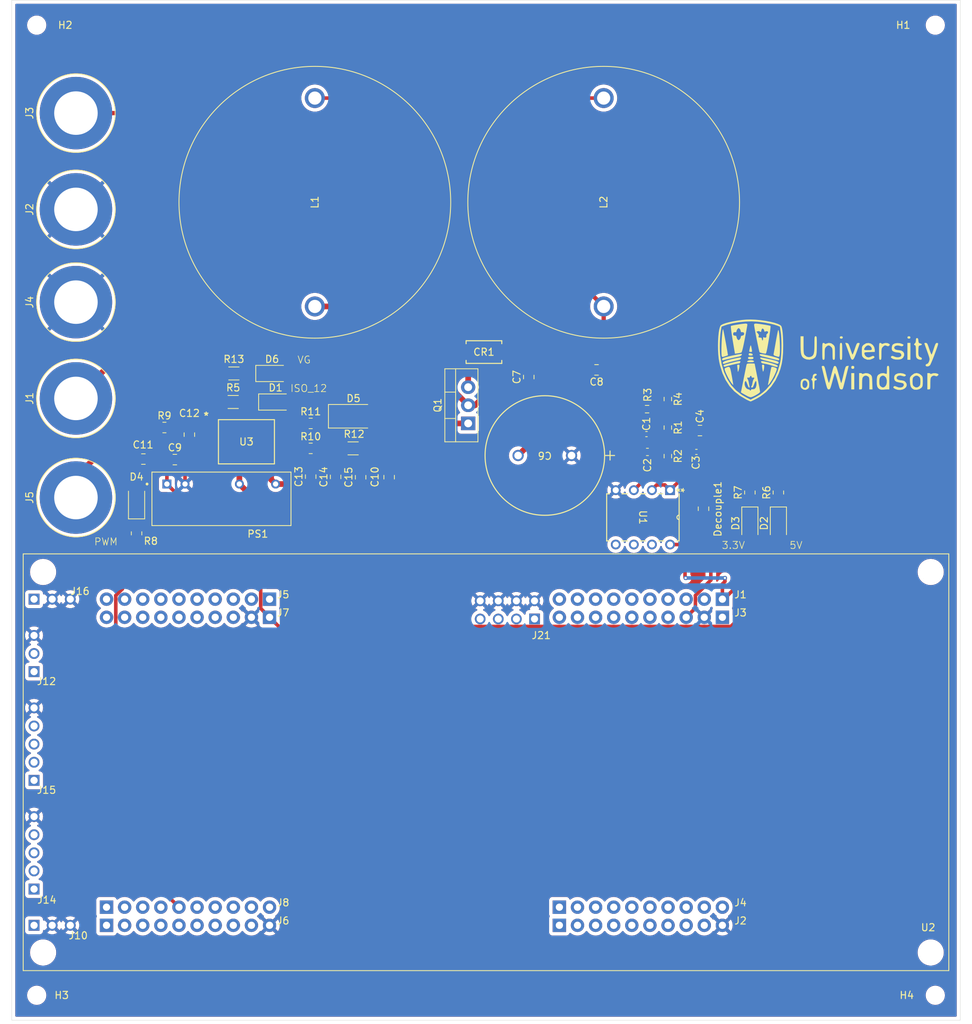
<source format=kicad_pcb>
(kicad_pcb (version 20240108) (generator "pcbnew") (generator_version "8.0")
  (layers (0 "F.Cu" signal) (31 "B.Cu" signal) (34 "B.Paste" user) (35 "F.Paste" user) (36 "B.SilkS" user "B.Silkscreen") (37 "F.SilkS" user "F.Silkscreen") (38 "B.Mask" user) (39 "F.Mask" user) (44 "Edge.Cuts" user))
  (net 0 "")
  (net 2 "Net-(U1A-+)")
  (net 3 "GND")
  (net 6 "Net-(C3-Pad1)")
  (net 7 "/VFILT")
  (net 8 "/VOUT")
  (net 9 "+3.3V")
  (net 26 "+5V")
  (net 33 "/GD/ISO_12")
  (net 35 "/GD/PWM_FILT")
  (net 49 "/VSW")
  (net 56 "Net-(D1-K)")
  (net 59 "Net-(D2-K)")
  (net 60 "Net-(D3-K)")
  (net 63 "Net-(D4-K)")
  (net 68 "/PWM")
  (net 77 "Net-(D5-K)")
  (net 81 "/VG")
  (net 88 "Net-(D6-K)")
  (net 91 "Net-(L1-Pad2)")
  (net 92 "/GD/GD_PWM")
  (net 112 "Net-(R1-Pad1)")
  (net 113 "/PowerStage/Vin")
  (footprint "Resistor_SMD:R_0805_2012Metric_Pad1.20x1.40mm_HandSolder" (layer "F.Cu") (at 68.91675 105.33)
    (property "Reference" "R11")
    (property "Value" "12 Ohm")
  )
  (footprint "UCC530:SOIC8_DWV_TEX" (layer "F.Cu") (at 59.90675 107.905)
    (property "Reference" "U3")
    (property "Value" "UCC5304DWVR")
  )
  (footprint "LED_SMD:LED_1206_3216Metric" (layer "F.Cu") (at 134.5 119.33 -90)
    (property "Reference" "D2")
    (property "Value" "~")
  )
  (footprint "Resistor_SMD:R_0805_2012Metric" (layer "F.Cu") (at 134.5 115.0175 90)
    (property "Reference" "R6")
    (property "Value" "3.3KOhm")
  )
  (footprint "Capacitor_SMD:C_0805_2012Metric_Pad1.18x1.45mm_HandSolder" (layer "F.Cu") (at 68.91675 112.7925 90)
    (property "Reference" "C13")
    (property "Value" "10uF")
  )
  (footprint "1140-103K-RC:INDRD2921W163D3810H2616P" (layer "F.Cu") (at 69.5 74.33 90)
    (property "Reference" "L1")
    (property "Value" "10mH")
  )
  (footprint "Resistor_SMD:R_0805_2012Metric_Pad1.20x1.40mm_HandSolder" (layer "F.Cu") (at 68.91675 108.83)
    (property "Reference" "R10")
    (property "Value" "7 Ohm")
  )
  (footprint "Capacitor_SMD:C_0805_2012Metric_Pad1.18x1.45mm_HandSolder" (layer "F.Cu") (at 49.86925 110.405)
    (property "Reference" "C9")
    (property "Value" "0.1uF")
  )
  (footprint "Resistor_SMD:R_1206_3216Metric_Pad1.30x1.75mm_HandSolder" (layer "F.Cu") (at 58.05 102.33 180)
    (property "Reference" "R5")
    (property "Value" "3.3KOhm")
  )
  (footprint "Capacitor_SMD:C_0805_2012Metric_Pad1.18x1.45mm_HandSolder" (layer "F.Cu") (at 51.90675 106.905 -90)
    (property "Reference" "C12")
    (property "Value" "47 pF")
  )
  (footprint "Capacitor_SMD:C_0805_2012Metric" (layer "F.Cu") (at 75.91675 112.88 90)
    (property "Reference" "C15")
    (property "Value" "10uF")
  )
  (footprint "LED_SMD:LED_1206_3216Metric" (layer "F.Cu") (at 130.5 119.33 -90)
    (property "Reference" "D3")
    (property "Value" "~")
  )
  (footprint "Connector:Banana_Jack_1Pin" (layer "F.Cu") (at 36 75.33 90)
    (property "Reference" "J2")
    (property "Value" "Conn_01x01_Pin")
  )
  (footprint "Connector:Banana_Jack_1Pin" (layer "F.Cu") (at 36 101.83 90)
    (property "Reference" "J1")
    (property "Value" "Conn_01x01_Pin")
  )
  (footprint "Mounting Holes:MountingHole_2.2mm_M2" (layer "F.Cu") (at 156.5 49.5)
    (property "Reference" "H1")
    (property "Value" "MountingHole")
  )
  (footprint "Connector:Banana_Jack_1Pin" (layer "F.Cu") (at 36 61.83 90)
    (property "Reference" "J3")
    (property "Value" "Conn_01x01_Pin")
  )
  (footprint "LED_SMD:LED_1206_3216Metric" (layer "F.Cu") (at 44.5 116.43 90)
    (property "Reference" "D4")
    (property "Value" "~")
  )
  (footprint "Mounting Holes:MountingHole_2.2mm_M2" (layer "F.Cu") (at 30.5 185.5)
    (property "Reference" "H3")
    (property "Value" "MountingHole")
  )
  (footprint "LED_SMD:LED_1206_3216Metric" (layer "F.Cu") (at 63.9 102.33)
    (property "Reference" "D1")
    (property "Value" "IR26-21C_L110_TR8")
  )
  (footprint "Capacitor_SMD:C_0805_2012Metric_Pad1.18x1.45mm_HandSolder" (layer "F.Cu") (at 123.5 106.33)
    (property "Reference" "C4")
    (property "Value" "8.2nF")
  )
  (footprint "LAUNCHXL_F28379D:MOD_LAUNCHXL-F28379D" (layer "F.Cu") (at 93.5 152.83 180)
    (property "Reference" "U2")
    (property "Value" "LAUNCHXL-F28379D")
  )
  (footprint "Resistor_SMD:R_0603_1608Metric_Pad0.98x0.95mm_HandSolder" (layer "F.Cu") (at 116.0875 103.33)
    (property "Reference" "R3")
    (property "Value" "1KOhm")
  )
  (footprint "Resistor_SMD:R_0805_2012Metric_Pad1.20x1.40mm_HandSolder" (layer "F.Cu") (at 48.40675 105.905)
    (property "Reference" "R9")
    (property "Value" "51 Ohm")
  )
  (footprint "Resistor_SMD:R_1206_3216Metric_Pad1.30x1.75mm_HandSolder" (layer "F.Cu") (at 58.15 98.33 180)
    (property "Reference" "R13")
    (property "Value" "3.3KOhm")
  )
  (footprint "Capacitor_SMD:C_0805_2012Metric_Pad1.18x1.45mm_HandSolder" (layer "F.Cu") (at 45.45425 110.33 180)
    (property "Reference" "C11")
    (property "Value" "0.1uF")
  )
  (footprint "Resistor_SMD:R_1206_3216Metric_Pad1.30x1.75mm_HandSolder" (layer "F.Cu") (at 74.86675 108.83)
    (property "Reference" "R12")
    (property "Value" "50 Ohm")
  )
  (footprint "Capacitor_SMD:C_0603_1608Metric_Pad1.08x0.95mm_HandSolder" (layer "F.Cu") (at 116.1375 109.33 180)
    (property "Reference" "C2")
    (property "Value" "5.1nF")
  )
  (footprint "Capacitor_SMD:C_0805_2012Metric_Pad1.18x1.45mm_HandSolder" (layer "F.Cu") (at 72.41675 112.83 90)
    (property "Reference" "C14")
    (property "Value" "220nF")
  )
  (footprint "Capacitor_SMD:C_0805_2012Metric_Pad1.18x1.45mm_HandSolder" (layer "F.Cu") (at 99.5 98.83 90)
    (property "Reference" "C7")
    (property "Value" "1uF")
  )
  (footprint "100ZLH470MEFC:CAP_YX_16X31P5_RUB" (layer "F.Cu") (at 105.5 109.83 180)
    (property "Reference" "C6")
    (property "Value" "47uF")
  )
  (footprint "Mounting Holes:MountingHole_2.2mm_M2" (layer "F.Cu") (at 30.5 49.5)
    (property "Reference" "H2")
    (property "Value" "MountingHole")
  )
  (footprint "footprints:P8" (layer "F.Cu") (at 111.69 122.31 -90)
    (property "Reference" "U1")
    (property "Value" "LM358")
  )
  (footprint "Resistor_SMD:R_0603_1608Metric_Pad0.98x0.95mm_HandSolder" (layer "F.Cu") (at 119 101.9175 -90)
    (property "Reference" "R4")
    (property "Value" "29.4KOhm")
  )
  (footprint "Capacitor_SMD:C_0402_1005Metric_Pad0.74x0.62mm_HandSolder" (layer "F.Cu") (at 123 109.33)
    (property "Reference" "C3")
    (property "Value" "0.62nF")
  )
  (footprint "Uwindsor:Uwindsor" (layer "F.Cu") (at 141.5 96.5)
    (property "Reference" "G***" (hide yes))
    (property "Value" "LOGO" (hide yes))
  )
  (footprint "Resistor_SMD:R_0805_2012Metric" (layer "F.Cu") (at 130.5 115.0175 90)
    (property "Reference" "R7")
    (property "Value" "3.3KOhm")
  )
  (footprint "TMV_0512SHI:CONV_TMV_0512SHI" (layer "F.Cu") (at 56.40675 115.905)
    (property "Reference" "PS1")
    (property "Value" "TMV_0512SHI")
  )
  (footprint "Resistor_SMD:R_0805_2012Metric" (layer "F.Cu") (at 44.5 120.7425 -90)
    (property "Reference" "R8")
    (property "Value" "3.3KOhm")
  )
  (footprint "Capacitor_SMD:C_0805_2012Metric_Pad1.18x1.45mm_HandSolder" (layer "F.Cu") (at 109 97.83 180)
    (property "Reference" "C8")
    (property "Value" "2.2uF")
  )
  (footprint "Capacitor_SMD:C_0402_1005Metric_Pad0.74x0.62mm_HandSolder" (layer "F.Cu") (at 116 106.83 180)
    (property "Reference" "C1")
    (property "Value" "1.5nF")
  )
  (footprint "Connector:Banana_Jack_1Pin" (layer "F.Cu") (at 36 115.725 90)
    (property "Reference" "J5")
    (property "Value" "Conn_01x01_Pin")
  )
  (footprint "Capacitor_SMD:C_0805_2012Metric_Pad1.18x1.45mm_HandSolder" (layer "F.Cu") (at 79.91675 112.8675 90)
    (property "Reference" "C10")
    (property "Value" "0.1uF")
  )
  (footprint "Capacitor_SMD:C_0805_2012Metric_Pad1.18x1.45mm_HandSolder" (layer "F.Cu") (at 124 117.2925 90)
    (property "Reference" "Decouple1")
    (property "Value" "0.1uF")
  )
  (footprint "Connector:Banana_Jack_1Pin" (layer "F.Cu") (at 36 88.33 90)
    (property "Reference" "J4")
    (property "Value" "Conn_01x01_Pin")
  )
  (footprint "Resistor_SMD:R_0603_1608Metric_Pad0.98x0.95mm_HandSolder" (layer "F.Cu") (at 119 109.9175 -90)
    (property "Reference" "R2")
    (property "Value" "10KOhm")
  )
  (footprint "Diode_SMD:D_SMA" (layer "F.Cu") (at 74.91675 104.33)
    (property "Reference" "D5")
    (property "Value" "US2AA")
  )
  (footprint "SK510A:SMADO-214AC_LEAD-FRAME_MCC" (layer "F.Cu") (at 93.2098 95.33)
    (property "Reference" "CR1")
    (property "Value" "SK510A-LTP")
  )
  (footprint "Mounting Holes:MountingHole_2.2mm_M2" (layer "F.Cu") (at 156.5 185.5)
    (property "Reference" "H4")
    (property "Value" "MountingHole")
  )
  (footprint "1140-103K-RC:INDRD2921W163D3810H2616P" (layer "F.Cu") (at 110 74.33 -90)
    (property "Reference" "L2")
    (property "Value" "10mH")
  )
  (footprint "Resistor_SMD:R_0603_1608Metric_Pad0.98x0.95mm_HandSolder" (layer "F.Cu") (at 119 105.9175 -90)
    (property "Reference" "R1")
    (property "Value" "10KOhm")
  )
  (footprint "LED_SMD:LED_1206_3216Metric" (layer "F.Cu") (at 63.5 98.33)
    (property "Reference" "D6")
    (property "Value" "IR26-21C_L110_TR8")
  )
  (footprint "Package_TO_SOT_THT:TO-220-3_Vertical" (layer "F.Cu") (at 91 105.33 90)
    (property "Reference" "Q1")
    (property "Value" "IRF540N")
  )
  (gr_rect (start 27 46) (end 160 189) (stroke (width 0.05)) (fill none) (layer "Edge.Cuts"))
  (gr_text "ISO_12" (at 66 101 0) (layer "F.SilkS") (effects (font (size 1 1) (thickness 0.1)) (justify left bottom)))
  (gr_text "PWM" (at 38.5 122.5 0) (layer "F.SilkS") (effects (font (size 1 1) (thickness 0.1)) (justify left bottom)))
  (gr_text "VG" (at 67 97 0) (layer "F.SilkS") (effects (font (size 1 1) (thickness 0.1)) (justify left bottom)))
  (gr_text "3.3V" (at 126.5 123 0) (layer "F.SilkS") (effects (font (size 1 1) (thickness 0.1)) (justify left bottom)))
  (gr_text "5V" (at 136 123 0) (layer "F.SilkS") (effects (font (size 1 1) (thickness 0.1)) (justify left bottom)))
  (segment (start 119 110.83) (end 118.5 110.83) (width 0.2) (layer "F.Cu") (net 2))
  (segment (start 114.23 114.69) (end 118.09 110.83) (width 0.5) (layer "F.Cu") (net 2))
  (segment (start 118.5 110.83) (end 117 109.33) (width 0.5) (layer "F.Cu") (net 2))
  (segment (start 116.5675 108.81) (end 116.5675 106.83) (width 0.5) (layer "F.Cu") (net 2))
  (segment (start 117 109.2425) (end 116.5675 108.81) (width 0.5) (layer "F.Cu") (net 2))
  (segment (start 117 109.33) (end 117 109.2425) (width 0.2) (layer "F.Cu") (net 2))
  (segment (start 118.09 110.83) (end 119 110.83) (width 0.5) (layer "F.Cu") (net 2))
  (segment (start 51.29675 110.795) (end 50.90675 110.405) (width 0.2) (layer "F.Cu") (net 3))
  (segment (start 50.90675 110.405) (end 50.90675 108.9425) (width 0.5) (layer "F.Cu") (net 3))
  (segment (start 44.825 121.33) (end 44.5 121.655) (width 0.2) (layer "F.Cu") (net 3))
  (segment (start 50.90675 110.405) (end 49.80675 109.305) (width 0.5) (layer "F.Cu") (net 3))
  (segment (start 45.44175 109.305) (end 44.41675 110.33) (width 0.5) (layer "F.Cu") (net 3))
  (segment (start 52.08295 107.9425) (end 53.95045 109.81) (width 0.5) (layer "F.Cu") (net 3))
  (segment (start 115.4325 109.1725) (end 115.275 109.33) (width 0.2) (layer "F.Cu") (net 3))
  (segment (start 53.95045 109.81) (end 54.52195 109.81) (width 0.2) (layer "F.Cu") (net 3))
  (segment (start 51.90675 107.9425) (end 52.08295 107.9425) (width 0.2) (layer "F.Cu") (net 3))
  (segment (start 99.5375 97.83) (end 99.5 97.7925) (width 0.2) (layer "F.Cu") (net 3))
  (segment (start 115.4325 106.83) (end 115.4325 106.675) (width 0.2) (layer "F.Cu") (net 3))
  (segment (start 50.90675 108.9425) (end 51.90675 107.9425) (width 0.5) (layer "F.Cu") (net 3))
  (segment (start 49.80675 109.305) (end 45.44175 109.305) (width 0.5) (layer "F.Cu") (net 3))
  (segment (start 51.29675 113.83) (end 51.29675 110.795) (width 0.5) (layer "F.Cu") (net 3))
  (segment (start 119 109.005) (end 119.4125 109.005) (width 0.2) (layer "F.Cu") (net 6))
  (segment (start 119.4125 109.005) (end 119.7375 109.33) (width 0.5) (layer "F.Cu") (net 6))
  (segment (start 119.7375 109.33) (end 122.4325 109.33) (width 0.5) (layer "F.Cu") (net 6))
  (segment (start 119.5 106.33) (end 119 106.83) (width 0.5) (layer "F.Cu") (net 6))
  (segment (start 122.4625 106.33) (end 119.5 106.33) (width 0.5) (layer "F.Cu") (net 6))
  (segment (start 119 106.83) (end 119 109.005) (width 0.5) (layer "F.Cu") (net 6))
  (segment (start 119.31 114.69) (end 121.405 112.595) (width 0.5) (layer "F.Cu") (net 7))
  (segment (start 124.5375 108.36) (end 123.5675 109.33) (width 0.5) (layer "F.Cu") (net 7))
  (segment (start 122.8672 131.2098) (end 121.567 132.51) (width 0.5) (layer "F.Cu") (net 7))
  (segment (start 123.5675 109.33) (end 123.5675 109.81) (width 0.2) (layer "F.Cu") (net 7))
  (segment (start 125.025 127.298658) (end 122.8672 129.456458) (width 0.5) (layer "F.Cu") (net 7))
  (segment (start 117.429315 113.955) (end 118.575 113.955) (width 0.5) (layer "F.Cu") (net 7))
  (segment (start 125.025 106.8175) (end 125.025 127.298658) (width 0.5) (layer "F.Cu") (net 7))
  (segment (start 122.8672 129.456458) (end 122.8672 131.2098) (width 0.5) (layer "F.Cu") (net 7))
  (segment (start 124.5375 106.33) (end 125.025 106.8175) (width 0.2) (layer "F.Cu") (net 7))
  (segment (start 124.5375 106.33) (end 124.5375 108.36) (width 0.5) (layer "F.Cu") (net 7))
  (segment (start 121.405 112.595) (end 121.405 111.9725) (width 0.5) (layer "F.Cu") (net 7))
  (segment (start 116.77 114.614315) (end 117.429315 113.955) (width 0.5) (layer "F.Cu") (net 7))
  (segment (start 119 114.22) (end 118.865 114.355) (width 0.2) (layer "F.Cu") (net 7))
  (segment (start 123.5675 109.81) (end 121.405 111.9725) (width 0.5) (layer "F.Cu") (net 7))
  (segment (start 116.77 114.69) (end 116.77 114.614315) (width 0.2) (layer "F.Cu") (net 7))
  (segment (start 118.575 113.955) (end 119.31 114.69) (width 0.5) (layer "F.Cu") (net 7))
  (segment (start 119 101.005) (end 119 98.33) (width 0.5) (layer "F.Cu") (net 8))
  (segment (start 110 97.7925) (end 110.0375 97.83) (width 0.6) (layer "F.Cu") (net 8))
  (segment (start 119 98.33) (end 118.5 97.83) (width 0.5) (layer "F.Cu") (net 8))
  (segment (start 93.895 72.83) (end 110 88.935) (width 0.6) (layer "F.Cu") (net 8))
  (segment (start 57 72.83) (end 93.895 72.83) (width 0.6) (layer "F.Cu") (net 8))
  (segment (start 46 61.83) (end 57 72.83) (width 0.6) (layer "F.Cu") (net 8))
  (segment (start 118.5 97.83) (end 110.0375 97.83) (width 0.5) (layer "F.Cu") (net 8))
  (segment (start 36 61.83) (end 46 61.83) (width 0.6) (layer "F.Cu") (net 8))
  (segment (start 110 88.935) (end 110 97.7925) (width 0.6) (layer "F.Cu") (net 8))
  (segment (start 121.405 119.305) (end 121.405 122.5) (width 0.5) (layer "F.Cu") (net 9))
  (segment (start 126.86 129.97) (end 130.5 126.33) (width 0.5) (layer "F.Cu") (net 9))
  (segment (start 127 127) (end 127 127.5) (width 0.5) (layer "F.Cu") (net 9))
  (segment (start 126.647 127.853) (end 126.647 129.97) (width 0.5) (layer "F.Cu") (net 9))
  (segment (start 121.215 122.31) (end 121.405 122.5) (width 0.2) (layer "F.Cu") (net 9))
  (segment (start 121.405 122.5) (end 121.405 126.905) (width 0.5) (layer "F.Cu") (net 9))
  (segment (start 124 118.33) (end 122.38 118.33) (width 0.5) (layer "F.Cu") (net 9))
  (segment (start 119.31 122.31) (end 121.215 122.31) (width 0.5) (layer "F.Cu") (net 9))
  (segment (start 126.647 129.97) (end 126.86 129.97) (width 0.2) (layer "F.Cu") (net 9))
  (segment (start 127 127.5) (end 126.647 127.853) (width 0.5) (layer "F.Cu") (net 9))
  (segment (start 122.38 118.33) (end 121.405 119.305) (width 0.5) (layer "F.Cu") (net 9))
  (segment (start 130.5 126.33) (end 130.5 120.73) (width 0.5) (layer "F.Cu") (net 9))
  (segment (start 121.405 126.905) (end 121.5 127) (width 0.2) (layer "F.Cu") (net 9))
  (via (at 121.5 127) (size 0.6) (drill 0.3) (layers "F.Cu" "B.Cu") (net 9))
  (via (at 127 127) (size 0.6) (drill 0.3) (layers "F.Cu" "B.Cu") (net 9))
  (segment (start 121.5 127) (end 127 127) (width 0.5) (layer "B.Cu") (net 9))
  (segment (start 48.75675 110.48) (end 48.83175 110.405) (width 0.2) (layer "F.Cu") (net 26))
  (segment (start 64.431 133.794) (end 63.147 132.51) (width 0.5) (layer "F.Cu") (net 26))
  (segment (start 56.71 108.54) (end 54.52195 108.54) (width 0.5) (layer "F.Cu") (net 26))
  (segment (start 51.628375 116.701625) (end 54.128375 116.701625) (width 0.5) (layer "F.Cu") (net 26))
  (segment (start 57 113.83) (end 57 108.83) (width 0.5) (layer "F.Cu") (net 26))
  (segment (start 134.5 127.1366) (end 127.8426 133.794) (width 0.5) (layer "F.Cu") (net 26))
  (segment (start 54.52195 108.54) (end 54.52195 107.27) (width 0.5) (layer "F.Cu") (net 26))
  (segment (start 51.628375 116.701625) (end 48.75675 113.83) (width 0.5) (layer "F.Cu") (net 26))
  (segment (start 46.56675 110.405) (end 46.49175 110.33) (width 0.2) (layer "F.Cu") (net 26))
  (segment (start 63.147 132.51) (end 61.9072 131.2702) (width 0.5) (layer "F.Cu") (net 26))
  (segment (start 57 108.83) (end 56.71 108.54) (width 0.5) (layer "F.Cu") (net 26))
  (segment (start 48.75675 113.83) (end 48.75675 110.48) (width 0.5) (layer "F.Cu") (net 26))
  (segment (start 134.5 120.73) (end 134.5 127.1366) (width 0.5) (layer "F.Cu") (net 26))
  (segment (start 54.128375 116.701625) (end 57 113.83) (width 0.5) (layer "F.Cu") (net 26))
  (segment (start 61.9072 126.98045) (end 51.628375 116.701625) (width 0.5) (layer "F.Cu") (net 26))
  (segment (start 127.8426 133.794) (end 64.431 133.794) (width 0.5) (layer "F.Cu") (net 26))
  (segment (start 48.83175 110.405) (end 46.56675 110.405) (width 0.5) (layer "F.Cu") (net 26))
  (segment (start 61.9072 131.2702) (end 61.9072 126.98045) (width 0.5) (layer "F.Cu") (net 26))
  (segment (start 75.99175 113.905) (end 75.91675 113.83) (width 0.8) (layer "F.Cu") (net 33))
  (segment (start 75.87925 113.8675) (end 75.91675 113.83) (width 0.8) (layer "F.Cu") (net 33))
  (segment (start 72.41675 113.8675) (end 75.87925 113.8675) (width 0.5) (layer "F.Cu") (net 33))
  (segment (start 65.29155 102.33845) (end 65.3 102.33) (width 0.8) (layer "F.Cu") (net 33))
  (segment (start 72.37925 113.83) (end 72.41675 113.8675) (width 0.8) (layer "F.Cu") (net 33))
  (segment (start 79.91675 113.905) (end 75.99175 113.905) (width 0.5) (layer "F.Cu") (net 33))
  (segment (start 65.29155 106) (end 64.72005 106) (width 0.2) (layer "F.Cu") (net 33))
  (segment (start 65.29155 103.83) (end 65.29155 102.33845) (width 0.8) (layer "F.Cu") (net 33))
  (segment (start 63.36775 113.201) (end 63.36775 105.7538) (width 0.8) (layer "F.Cu") (net 33))
  (segment (start 65.29155 106) (end 65.29155 103.83) (width 0.8) (layer "F.Cu") (net 33))
  (segment (start 63.99675 113.83) (end 68.91675 113.83) (width 0.8) (layer "F.Cu") (net 33))
  (segment (start 68.91675 113.83) (end 72.37925 113.83) (width 0.5) (layer "F.Cu") (net 33))
  (segment (start 63.99675 113.83) (end 63.36775 113.201) (width 0.8) (layer "F.Cu") (net 33))
  (segment (start 63.36775 105.7538) (end 65.29155 103.83) (width 0.8) (layer "F.Cu") (net 33))
  (segment (start 49.5375 105.8675) (end 51.90675 105.8675) (width 0.5) (layer "F.Cu") (net 35))
  (segment (start 52.0375 105.8675) (end 52.17 106) (width 0.2) (layer "F.Cu") (net 35))
  (segment (start 49.5 105.83) (end 49.5375 105.8675) (width 0.2) (layer "F.Cu") (net 35))
  (segment (start 49.40675 105.905) (end 49.425 105.905) (width 0.2) (layer "F.Cu") (net 35))
  (segment (start 49.425 105.905) (end 49.5 105.83) (width 0.2) (layer "F.Cu") (net 35))
  (segment (start 51.90675 105.8675) (end 52.0375 105.8675) (width 0.2) (layer "F.Cu") (net 35))
  (segment (start 52.17 106) (end 54.52195 106) (width 0.5) (layer "F.Cu") (net 35))
  (segment (start 69.395 88.935) (end 69.29 88.83) (width 0.8) (layer "F.Cu") (net 49))
  (segment (start 72.0375 111.7925) (end 72 111.755) (width 0.2) (layer "F.Cu") (net 49))
  (segment (start 76.41675 111.43) (end 75.91675 111.93) (width 0.8) (layer "F.Cu") (net 49))
  (segment (start 69.5 88.935) (end 69.395 88.935) (width 0.8) (layer "F.Cu") (net 49))
  (segment (start 65.29155 109.81) (end 67.23655 111.755) (width 0.8) (layer "F.Cu") (net 49))
  (segment (start 72.41675 111.7925) (end 72.41675 111.33) (width 0.2) (layer "F.Cu") (net 49))
  (segment (start 83.605 88.935) (end 69.5 88.935) (width 0.8) (layer "F.Cu") (net 49))
  (segment (start 68.95425 111.7925) (end 68.91675 111.755) (width 0.2) (layer "F.Cu") (net 49))
  (segment (start 75.91675 111.93) (end 76.1 111.93) (width 0.2) (layer "F.Cu") (net 49))
  (segment (start 100.6903 93.5203) (end 103.5 96.33) (width 0.8) (layer "F.Cu") (net 49))
  (segment (start 83 117.83) (end 83 111.83) (width 0.8) (layer "F.Cu") (net 49))
  (segment (start 56.5 102.33) (end 56.5 98.43) (width 0.8) (layer "F.Cu") (net 49))
  (segment (start 72.37925 111.755) (end 72.41675 111.7925) (width 0.8) (layer "F.Cu") (net 49))
  (segment (start 67.23655 111.755) (end 68.91675 111.755) (width 0.8) (layer "F.Cu") (net 49))
  (segment (start 72.41675 111.7925) (end 75.77925 111.7925) (width 0.5) (layer "F.Cu") (net 49))
  (segment (start 91 93.6918) (end 91.1715 93.5203) (width 0.8) (layer "F.Cu") (net 49))
  (segment (start 50.5 98.33) (end 36 112.83) (width 0.8) (layer "F.Cu") (net 49))
  (segment (start 56.6 98.33) (end 50.5 98.33) (width 0.8) (layer "F.Cu") (net 49))
  (segment (start 62.91675 117.83) (end 83 117.83) (width 0.8) (layer "F.Cu") (net 49))
  (segment (start 65.29155 109.81) (end 65.29155 108.54) (width 0.8) (layer "F.Cu") (net 49))
  (segment (start 36 112.83) (end 36 115.725) (width 0.8) (layer "F.Cu") (net 49))
  (segment (start 56.5 98.43) (end 56.6 98.33) (width 0.8) (layer "F.Cu") (net 49))
  (segment (start 91 95.33) (end 91 93.6918) (width 0.8) (layer "F.Cu") (net 49))
  (segment (start 75.77925 111.7925) (end 75.91675 111.93) (width 0.8) (layer "F.Cu") (net 49))
  (segment (start 83 111.83) (end 79.91675 111.83) (width 0.8) (layer "F.Cu") (net 49))
  (segment (start 58.91675 113.83) (end 62.91675 117.83) (width 0.8) (layer "F.Cu") (net 49))
  (segment (start 96.5 117.83) (end 83 117.83) (width 0.8) (layer "F.Cu") (net 49))
  (segment (start 76.91675 108.33) (end 76.41675 108.83) (width 0.2) (layer "F.Cu") (net 49))
  (segment (start 58.91675 104.74675) (end 56.5 102.33) (width 0.8) (layer "F.Cu") (net 49))
  (segment (start 58.91675 113.83) (end 58.91675 104.74675) (width 0.8) (layer "F.Cu") (net 49))
  (segment (start 36.105 115.83) (end 36 115.725) (width 0.2) (layer "F.Cu") (net 49))
  (segment (start 91 100.25) (end 91 95.33) (width 0.8) (layer "F.Cu") (net 49))
  (segment (start 103.5 110.83) (end 96.5 117.83) (width 0.8) (layer "F.Cu") (net 49))
  (segment (start 36 115.725) (end 36 112.33) (width 0.6) (layer "F.Cu") (net 49))
  (segment (start 76.41675 108.83) (end 76.41675 111.43) (width 0.8) (layer "F.Cu") (net 49))
  (segment (start 68.91675 111.755) (end 72.37925 111.755) (width 0.5) (layer "F.Cu") (net 49))
  (segment (start 72.41675 111.7925) (end 72.0375 111.7925) (width 0.2) (layer "F.Cu") (net 49))
  (segment (start 75.91675 111.93) (end 79.81675 111.93) (width 0.5) (layer "F.Cu") (net 49))
  (segment (start 91 95.33) (end 90 95.33) (width 0.8) (layer "F.Cu") (net 49))
  (segment (start 90 95.33) (end 83.605 88.935) (width 0.8) (layer "F.Cu") (net 49))
  (segment (start 76.1 111.93) (end 76.2 111.83) (width 0.2) (layer "F.Cu") (net 49))
  (segment (start 79.81675 111.93) (end 79.91675 111.83) (width 0.8) (layer "F.Cu") (net 49))
  (segment (start 72.55425 111.93) (end 72.41675 111.7925) (width 0.2) (layer "F.Cu") (net 49))
  (segment (start 103.5 96.33) (end 103.5 110.83) (width 0.8) (layer "F.Cu") (net 49))
  (segment (start 91.1715 93.5203) (end 100.6903 93.5203) (width 0.8) (layer "F.Cu") (net 49))
  (segment (start 62.5 102.33) (end 59.6 102.33) (width 0.5) (layer "F.Cu") (net 56))
  (segment (start 134.5 115.93) (end 134.5 117.93) (width 0.5) (layer "F.Cu") (net 59))
  (segment (start 130.5 115.93) (end 130.5 117.93) (width 0.5) (layer "F.Cu") (net 60))
  (segment (start 44.5 119.83) (end 44.5 117.83) (width 0.5) (layer "F.Cu") (net 63))
  (segment (start 42.5 120.83) (end 42.5 128.543658) (width 0.5) (layer "F.Cu") (net 68))
  (segment (start 41.5872 164.2902) (end 50.447 173.15) (width 0.5) (layer "F.Cu") (net 68))
  (segment (start 47.40675 105.905) (end 46.80675 105.905) (width 0.2) (layer "F.Cu") (net 68))
  (segment (start 42.5 114.83) (end 42.5 120.83) (width 0.5) (layer "F.Cu") (net 68))
  (segment (start 46.80675 105.905) (end 42.5 110.21175) (width 0.5) (layer "F.Cu") (net 68))
  (segment (start 41.5872 129.456458) (end 41.5872 164.2902) (width 0.5) (layer "F.Cu") (net 68))
  (segment (start 44.5 115.03) (end 42.7 115.03) (width 0.5) (layer "F.Cu") (net 68))
  (segment (start 42.7 115.03) (end 42.5 114.83) (width 0.2) (layer "F.Cu") (net 68))
  (segment (start 42.5 110.21175) (end 42.5 114.83) (width 0.5) (layer "F.Cu") (net 68))
  (segment (start 42.5 128.543658) (end 41.5872 129.456458) (width 0.5) (layer "F.Cu") (net 68))
  (segment (start 69.91675 105.33) (end 71.91675 105.33) (width 0.5) (layer "F.Cu") (net 77))
  (segment (start 71.91675 105.33) (end 72.91675 104.33) (width 0.5) (layer "F.Cu") (net 77))
  (segment (start 76.91675 104.33) (end 77.91675 105.33) (width 0.8) (layer "F.Cu") (net 81))
  (segment (start 70.91675 98.33) (end 76.91675 104.33) (width 0.8) (layer "F.Cu") (net 81))
  (segment (start 77.91675 105.33) (end 91 105.33) (width 0.8) (layer "F.Cu") (net 81))
  (segment (start 76.91675 105.23) (end 73.31675 108.83) (width 0.8) (layer "F.Cu") (net 81))
  (segment (start 76.91675 104.33) (end 76.91675 105.23) (width 0.8) (layer "F.Cu") (net 81))
  (segment (start 64.9 98.33) (end 70.91675 98.33) (width 0.8) (layer "F.Cu") (net 81))
  (segment (start 76.41675 104.83) (end 76.91675 104.33) (width 0.8) (layer "F.Cu") (net 81))
  (segment (start 69.91675 108.83) (end 73.31675 108.83) (width 0.8) (layer "F.Cu") (net 81))
  (segment (start 59.7 98.33) (end 62.1 98.33) (width 0.5) (layer "F.Cu") (net 88))
  (segment (start 69.5 59.725) (end 110 59.725) (width 0.5) (layer "F.Cu") (net 91))
  (segment (start 66.35675 107.27) (end 67.91675 108.83) (width 0.8) (layer "F.Cu") (net 92))
  (segment (start 67.91675 106.03) (end 66.67675 107.27) (width 0.8) (layer "F.Cu") (net 92))
  (segment (start 66.67675 107.27) (end 65.29155 107.27) (width 0.8) (layer "F.Cu") (net 92))
  (segment (start 67.91675 105.33) (end 67.91675 106.03) (width 0.2) (layer "F.Cu") (net 92))
  (segment (start 65.29155 107.27) (end 66.35675 107.27) (width 0.8) (layer "F.Cu") (net 92))
  (segment (start 119 102.83) (end 117.5 102.83) (width 0.2) (layer "F.Cu") (net 112))
  (segment (start 119 102.83) (end 119 105.005) (width 0.2) (layer "F.Cu") (net 112))
  (segment (start 117.5 102.83) (end 117 103.33) (width 0.2) (layer "F.Cu") (net 112))
  (segment (start 91 102.79) (end 91.04 102.79) (width 0.2) (layer "F.Cu") (net 113))
  (segment (start 91 102.79) (end 88.965 100.755) (width 0.8) (layer "F.Cu") (net 113))
  (segment (start 78.925 100.755) (end 72.5 94.33) (width 0.8) (layer "F.Cu") (net 113))
  (segment (start 72.5 94.33) (end 43.5 94.33) (width 0.8) (layer "F.Cu") (net 113))
  (segment (start 88.965 100.755) (end 78.925 100.755) (width 0.8) (layer "F.Cu") (net 113))
  (segment (start 94.8825 99.8675) (end 99.5 99.8675) (width 0.8) (layer "F.Cu") (net 113))
  (segment (start 43.5 94.33) (end 36 101.83) (width 0.8) (layer "F.Cu") (net 113))
  (segment (start 91 102.79) (end 91.96 102.79) (width 0.8) (layer "F.Cu") (net 113))
  (segment (start 91.96 102.79) (end 94.8825 99.8675) (width 0.8) (layer "F.Cu") (net 113))
  (segment (start 99.5 99.8675) (end 99.5 108.33) (width 0.8) (layer "F.Cu") (net 113))
  (segment (start 91 102.79) (end 91 102.83) (width 0.2) (layer "F.Cu") (net 113))
  (segment (start 99.5 108.33) (end 98 109.83) (width 0.8) (layer "F.Cu") (net 113))
  (zone (net 3) (net_name "GND") (layer "F.Cu") (priority 1) (connect_pads (clearance 0.5)) (min_thickness 0.25) (fill yes (thermal_gap 0.5) (thermal_bridge_width 0.5))
    (polygon (pts (xy 27 189) (xy 160 189) (xy 160 46) (xy 27 46)))
  )
  (zone (net 3) (net_name "GND") (layer "B.Cu") (connect_pads (clearance 0.5)) (min_thickness 0.25) (fill yes (thermal_gap 0.5) (thermal_bridge_width 0.5))
    (polygon (pts (xy 27 189) (xy 160 189) (xy 160 46) (xy 27 46)))
  )
)
</source>
